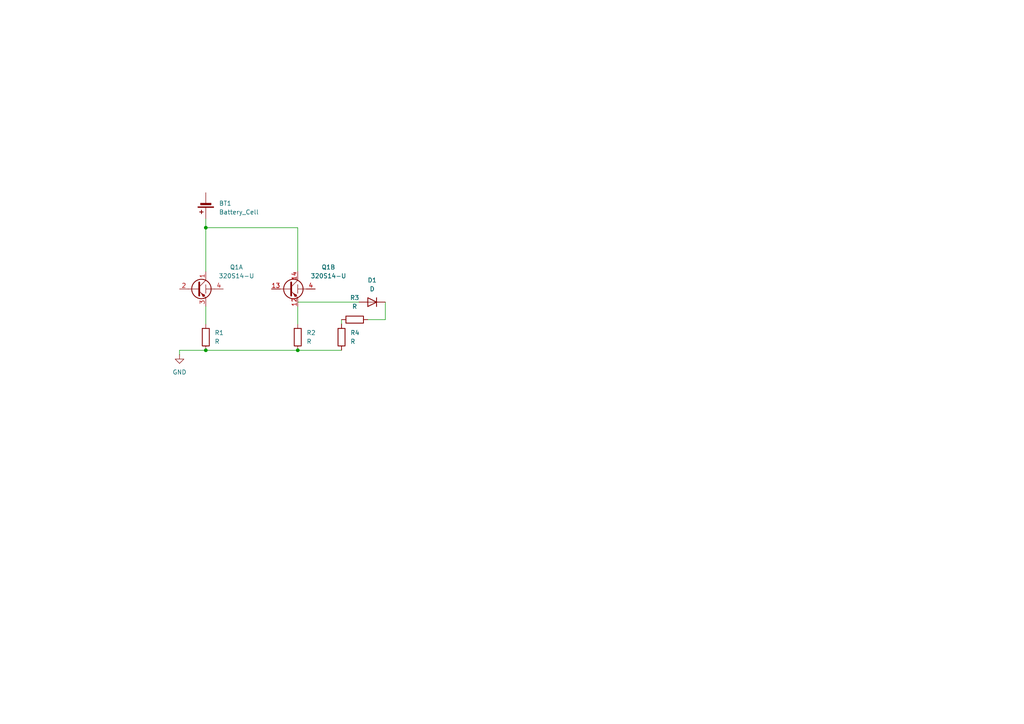
<source format=kicad_sch>
(kicad_sch (version 20231120) (generator "eeschema") (generator_version "8.0")
  (paper "A4")
  (lib_symbols
    (symbol "Device:Battery_Cell" (pin_numbers hide) (pin_names (offset 0) hide)
      (property "Reference" "BT" (at 2.54 2.54 0))
      (property "Value" "Battery_Cell" (at 2.54 0 0))
      (symbol "Battery_Cell_0_1"
        (rectangle (start -2.286 1.778) (end 2.286 1.524) (fill (type outline)))
        (rectangle (start -1.524 1.016) (end 1.524 0.508) (fill (type outline)))
        (polyline (pts (xy 0 0.762) (xy 0 0)))
        (polyline (pts (xy 0 1.778) (xy 0 2.54)))
        (polyline (pts (xy 0.762 3.048) (xy 1.778 3.048)) (stroke (width 0.254)))
        (polyline (pts (xy 1.27 3.556) (xy 1.27 2.54)) (stroke (width 0.254)))
      )
      (symbol "Battery_Cell_1_1"
        (pin passive line (at 0 5.08 270) (length 2.54) (name "+") (number "1"))
        (pin passive line (at 0 -2.54 90) (length 2.54) (name "-") (number "2"))
      )
    )
    (symbol "Device:D" (pin_numbers hide) (pin_names (offset 1.016) hide)
      (property "Reference" "D" (at 0 2.54 0))
      (property "Value" "D" (at 0 -2.54 0))
      (symbol "D_0_1"
        (polyline (pts (xy -1.27 1.27) (xy -1.27 -1.27)) (stroke (width 0.254)))
        (polyline (pts (xy 1.27 0) (xy -1.27 0)))
        (polyline (pts (xy 1.27 1.27) (xy 1.27 -1.27) (xy -1.27 0) (xy 1.27 1.27)) (stroke (width 0.254)))
      )
      (symbol "D_1_1"
        (pin passive line (at -3.81 0 0) (length 2.54) (name "K") (number "1"))
        (pin passive line (at 3.81 0 180) (length 2.54) (name "A") (number "2"))
      )
    )
    (symbol "Device:R" (pin_numbers hide) (pin_names (offset 0))
      (property "Reference" "R" (at 2.032 0 90))
      (property "Value" "R" (at 0 0 90))
      (symbol "R_0_1"
        (rectangle (start -1.016 -2.54) (end 1.016 2.54) (stroke (width 0.254)))
      )
      (symbol "R_1_1"
        (pin passive line (at 0 3.81 270) (length 1.27) (name "~") (number "1"))
        (pin passive line (at 0 -3.81 90) (length 1.27) (name "~") (number "2"))
      )
    )
    (symbol "Transistor_BJT:320S14-U" (pin_names (offset 0))
      (property "Reference" "Q" (at 5.08 2.54 0))
      (property "Value" "320S14-U" (at 5.08 -2.54 0))
      (symbol "320S14-U_0_1"
        (polyline (pts (xy 2.54 1.27) (xy 2.54 -1.27) (xy 2.54 0) (xy 5.08 0)) (stroke (width 0.1524)))
        (pin passive line (at 7.62 0 180) (length 2.54) hide (name "") (number "11"))
        (pin passive line (at 7.62 0 180) (length 2.54) (name "") (number "4"))
      )
      (symbol "320S14-U_1_1"
        (polyline (pts (xy 0.635 0) (xy -2.54 0)))
        (polyline (pts (xy 0.635 0.635) (xy 2.54 2.54)))
        (polyline (pts (xy 0.635 -0.635) (xy 2.54 -2.54) (xy 2.54 -2.54)))
        (polyline (pts (xy 0.635 1.905) (xy 0.635 -1.905) (xy 0.635 -1.905)) (stroke (width 0.508)))
        (polyline (pts (xy 2.286 -1.778) (xy 1.778 -2.286) (xy 1.27 -1.27) (xy 2.286 -1.778) (xy 2.286 -1.778)) (fill (type outline)))
        (circle (center 1.27 0) (radius 2.8194) (stroke (width 0.254)))
        (pin passive line (at 2.54 5.08 270) (length 2.54) (name "") (number "1"))
        (pin input line (at -5.08 0 0) (length 2.54) (name "") (number "2"))
        (pin passive line (at 2.54 -5.08 90) (length 2.54) (name "") (number "3"))
      )
      (symbol "320S14-U_2_1"
        (polyline (pts (xy 0.635 0) (xy -2.54 0)))
        (polyline (pts (xy 0.635 0.635) (xy 2.54 2.54)))
        (polyline (pts (xy 0.635 -0.635) (xy 2.54 -2.54) (xy 2.54 -2.54)))
        (polyline (pts (xy 0.635 1.905) (xy 0.635 -1.905) (xy 0.635 -1.905)) (stroke (width 0.508)))
        (polyline (pts (xy 2.286 -1.778) (xy 1.778 -2.286) (xy 1.27 -1.27) (xy 2.286 -1.778) (xy 2.286 -1.778)) (fill (type outline)))
        (circle (center 1.27 0) (radius 2.8194) (stroke (width 0.254)))
        (pin passive line (at 2.54 -5.08 90) (length 2.54) (name "") (number "12"))
        (pin input line (at -5.08 0 0) (length 2.54) (name "") (number "13"))
        (pin passive line (at 2.54 5.08 270) (length 2.54) (name "") (number "14"))
      )
      (symbol "320S14-U_3_1"
        (polyline (pts (xy 0.635 0) (xy -2.54 0)))
        (polyline (pts (xy 0.635 0.635) (xy 2.54 2.54)))
        (polyline (pts (xy 0.635 -0.635) (xy 2.54 -2.54) (xy 2.54 -2.54)))
        (polyline (pts (xy 0.635 1.905) (xy 0.635 -1.905) (xy 0.635 -1.905)) (stroke (width 0.508)))
        (polyline (pts (xy 2.286 -1.778) (xy 1.778 -2.286) (xy 1.27 -1.27) (xy 2.286 -1.778) (xy 2.286 -1.778)) (fill (type outline)))
        (circle (center 1.27 0) (radius 2.8194) (stroke (width 0.254)))
        (pin passive line (at 2.54 -5.08 90) (length 2.54) (name "") (number "5"))
        (pin input line (at -5.08 0 0) (length 2.54) (name "") (number "6"))
        (pin passive line (at 2.54 5.08 270) (length 2.54) (name "") (number "7"))
      )
      (symbol "320S14-U_4_1"
        (polyline (pts (xy 0.635 0) (xy -2.54 0)))
        (polyline (pts (xy 0.635 0.635) (xy 2.54 2.54)))
        (polyline (pts (xy 0.635 -0.635) (xy 2.54 -2.54) (xy 2.54 -2.54)))
        (polyline (pts (xy 0.635 1.905) (xy 0.635 -1.905) (xy 0.635 -1.905)) (stroke (width 0.508)))
        (polyline (pts (xy 2.286 -1.778) (xy 1.778 -2.286) (xy 1.27 -1.27) (xy 2.286 -1.778) (xy 2.286 -1.778)) (fill (type outline)))
        (circle (center 1.27 0) (radius 2.8194) (stroke (width 0.254)))
        (pin passive line (at 2.54 -5.08 90) (length 2.54) (name "") (number "10"))
        (pin passive line (at 2.54 5.08 270) (length 2.54) (name "") (number "8"))
        (pin input line (at -5.08 0 0) (length 2.54) (name "") (number "9"))
      )
    )
    (symbol "power:GND" (power) (pin_numbers hide) (pin_names (offset 0) hide)
      (property "Value" "GND" (at 0 -3.81 0))
      (symbol "GND_0_1"
        (polyline (pts (xy 0 0) (xy 0 -1.27) (xy 1.27 -1.27) (xy 0 -2.54) (xy -1.27 -1.27) (xy 0 -1.27)))
      )
      (symbol "GND_1_1"
        (pin power_in line (at 0 0 270) (length 0) (name "~") (number "1"))
      )
    )
  )
  (junction (at 59.69 101.6))
  (junction (at 86.36 101.6))
  (junction (at 59.69 66.04))
  (wire (pts (xy 86.36 101.6) (xy 59.69 101.6)))
  (wire (pts (xy 111.76 87.63) (xy 111.76 92.71)))
  (wire (pts (xy 59.69 63.5) (xy 59.69 66.04)))
  (wire (pts (xy 86.36 66.04) (xy 86.36 78.74)))
  (wire (pts (xy 99.06 101.6) (xy 86.36 101.6)))
  (wire (pts (xy 59.69 88.9) (xy 59.69 93.98)))
  (wire (pts (xy 59.69 66.04) (xy 59.69 78.74)))
  (wire (pts (xy 86.36 88.9) (xy 86.36 93.98)))
  (wire (pts (xy 106.68 92.71) (xy 111.76 92.71)))
  (wire (pts (xy 59.69 66.04) (xy 86.36 66.04)))
  (wire (pts (xy 99.06 92.71) (xy 99.06 93.98)))
  (wire (pts (xy 86.36 87.63) (xy 104.14 87.63)))
  (wire (pts (xy 59.69 101.6) (xy 52.07 101.6)))
  (wire (pts (xy 52.07 101.6) (xy 52.07 102.87)))
  (symbol (lib_id "Device:Battery_Cell") (at 59.69 58.42 180) (unit 1)
    (property "Reference" "BT1" (at 63.5 58.9914 0) (effects (justify right)))
    (property "Value" "Battery_Cell" (at 63.5 61.5314 0) (effects (justify right)))
    (property "Description" "Single-cell battery" (effects (hide yes)))
  )
  (symbol (lib_id "Device:R") (at 99.06 97.79 0) (unit 1)
    (property "Reference" "R4" (at 101.6 96.5199 0) (effects (justify left)))
    (property "Value" "R" (at 101.6 99.0599 0) (effects (justify left)))
    (property "Description" "Resistor" (effects (hide yes)))
  )
  (symbol (lib_id "Transistor_BJT:320S14-U") (at 57.15 83.82 0) (unit 1)
    (property "Reference" "Q1" (at 68.58 77.5014 0))
    (property "Value" "320S14-U" (at 68.58 80.0414 0))
    (property "Footprint" "Package_SO:SOIC-14_3.9x8.7mm_P1.27mm" (effects (hide yes)))
    (property "Datasheet" "https://www.thatcorp.com/datashts/THAT_300-Series_Datasheet.pdf" (effects (hide yes)))
    (property "Description" "4 Matched PNP Transistors, hfe=75, SOIC-14" (effects (hide yes)))
  )
  (symbol (lib_id "Device:D") (at 107.95 87.63 180) (unit 1)
    (property "Reference" "D1" (at 107.95 81.28 0))
    (property "Value" "D" (at 107.95 83.82 0))
    (property "Description" "Diode" (effects (hide yes)))
    (property "Sim.Device" "D" (effects (hide yes)))
    (property "Sim.Pins" "1=K 2=A" (effects (hide yes)))
  )
  (symbol (lib_id "Device:R") (at 86.36 97.79 0) (unit 1)
    (property "Reference" "R2" (at 88.9 96.5199 0) (effects (justify left)))
    (property "Value" "R" (at 88.9 99.0599 0) (effects (justify left)))
    (property "Description" "Resistor" (effects (hide yes)))
  )
  (symbol (lib_id "Device:R") (at 102.87 92.71 90) (unit 1)
    (property "Reference" "R3" (at 102.87 86.36 90))
    (property "Value" "R" (at 102.87 88.9 90))
    (property "Description" "Resistor" (effects (hide yes)))
  )
  (symbol (lib_id "Device:R") (at 59.69 97.79 0) (unit 1)
    (property "Reference" "R1" (at 62.23 96.5199 0) (effects (justify left)))
    (property "Value" "R" (at 62.23 99.0599 0) (effects (justify left)))
    (property "Description" "Resistor" (effects (hide yes)))
  )
  (symbol (lib_id "Transistor_BJT:320S14-U") (at 83.82 83.82 0) (unit 2)
    (property "Reference" "Q1" (at 95.25 77.5014 0))
    (property "Value" "320S14-U" (at 95.25 80.0414 0))
    (property "Footprint" "Package_SO:SOIC-14_3.9x8.7mm_P1.27mm" (effects (hide yes)))
    (property "Datasheet" "https://www.thatcorp.com/datashts/THAT_300-Series_Datasheet.pdf" (effects (hide yes)))
    (property "Description" "4 Matched PNP Transistors, hfe=75, SOIC-14" (effects (hide yes)))
  )
  (symbol (lib_id "power:GND") (at 52.07 102.87 0) (unit 1)
    (property "Reference" "#PWR01" (effects (hide yes)))
    (property "Value" "GND" (at 52.07 107.95 0))
    (property "Description" "Power symbol creates a global label with name \"GND\" , ground" (effects (hide yes)))
  )
)
</source>
